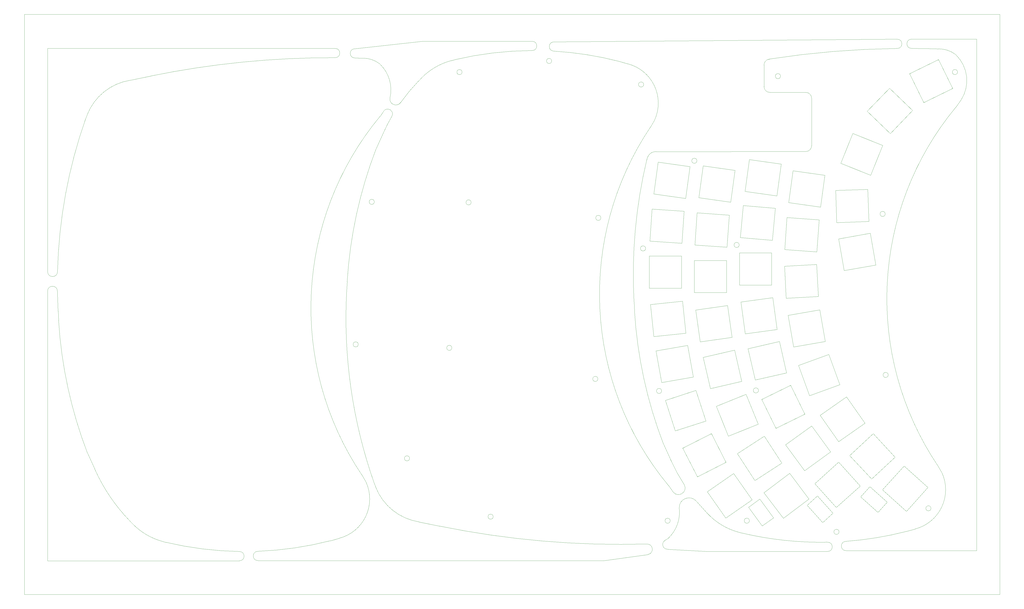
<source format=gbr>
G04 #@! TF.GenerationSoftware,KiCad,Pcbnew,(5.1.5)-3*
G04 #@! TF.CreationDate,2020-03-14T16:45:00+09:00*
G04 #@! TF.ProjectId,fan,66616e2e-6b69-4636-9164-5f7063625858,v1.0*
G04 #@! TF.SameCoordinates,Original*
G04 #@! TF.FileFunction,Profile,NP*
%FSLAX46Y46*%
G04 Gerber Fmt 4.6, Leading zero omitted, Abs format (unit mm)*
G04 Created by KiCad (PCBNEW (5.1.5)-3) date 2020-03-14 16:45:00*
%MOMM*%
%LPD*%
G04 APERTURE LIST*
%ADD10C,0.001000*%
G04 APERTURE END LIST*
D10*
X272518000Y-133918000D02*
G75*
G02X278030431Y-72543282I213928431J11720718D01*
G01*
X281971126Y-69118205D02*
X346485000Y-69098000D01*
X294215312Y-212807398D02*
G75*
G02X288284203Y-201918969I64539481J42215335D01*
G01*
X10000000Y-10000000D02*
X430000000Y-10000000D01*
X20000000Y-24650000D02*
X20000000Y-120948000D01*
X10000000Y-10000000D02*
X10000000Y-260000000D01*
X10000000Y-260000000D02*
X430000000Y-260000000D01*
X110556000Y-245383000D02*
X259519999Y-245383000D01*
X430000000Y-10000000D02*
X430000000Y-260000000D01*
X420000000Y-20651000D02*
X420000000Y-241105000D01*
X20000000Y-24650000D02*
X143808000Y-24650000D01*
X148994399Y-125148793D02*
G75*
G02X161419438Y-68025920I192005601J-11851207D01*
G01*
X161420000Y-68026100D02*
X164556000Y-61134000D01*
X179827000Y-38605200D02*
X180656000Y-37734000D01*
X160633602Y-212020854D02*
G75*
G02X148789842Y-129134141I202086398J71165854D01*
G01*
X180656060Y-37733945D02*
G75*
G02X193750592Y-29914711I20549940J-19540055D01*
G01*
X193751000Y-29914600D02*
X195256000Y-29534000D01*
X287136842Y-235863714D02*
G75*
G02X285752396Y-236754387I-7056842J9447714D01*
G01*
X179960130Y-228706791D02*
G75*
G02X161273812Y-213721710I3645870J23689791D01*
G01*
X172089090Y-47892479D02*
G75*
G02X179826706Y-38605174I62937910J-44569121D01*
G01*
X287136000Y-235864000D02*
X287416000Y-235613000D01*
X269825000Y-31281700D02*
X266016000Y-30215300D01*
X287333172Y-213011432D02*
G75*
G02X279618118Y-58526278I99582828J82408432D01*
G01*
X287334000Y-213012000D02*
X289410983Y-215893984D01*
X148790000Y-129134999D02*
X148995000Y-125148000D01*
X269824856Y-31281778D02*
G75*
G02X281365957Y-55554961I-4369857J-16958022D01*
G01*
X291988067Y-222732998D02*
G75*
G02X287415937Y-235613324I-15296067J-1822002D01*
G01*
X160633000Y-212019000D02*
X161274000Y-213722000D01*
X188729000Y-230513000D02*
X179960000Y-228707000D01*
X195254926Y-29534445D02*
G75*
G02X228640695Y-25565282I34001074J-143599555D01*
G01*
X279618000Y-58527600D02*
X281366000Y-55555000D01*
X278121178Y-238235041D02*
G75*
G02X188730748Y-230513189I-11518178J387928041D01*
G01*
X288082000Y-228207000D02*
G75*
G03X288082000Y-228207000I-1100000J0D01*
G01*
X160672000Y-90778700D02*
G75*
G03X160672000Y-90778700I-1100000J0D01*
G01*
X258242000Y-97681300D02*
G75*
G03X258242000Y-97681300I-1100000J0D01*
G01*
X211857000Y-226455000D02*
G75*
G03X211857000Y-226455000I-1100000J0D01*
G01*
X198457000Y-34855000D02*
G75*
G03X198457000Y-34855000I-1100000J0D01*
G01*
X237057000Y-30055000D02*
G75*
G03X237057000Y-30055000I-1100000J0D01*
G01*
X256942000Y-167081000D02*
G75*
G03X256942000Y-167081000I-1100000J0D01*
G01*
X153768000Y-152206000D02*
G75*
G03X153768000Y-152206000I-1100000J0D01*
G01*
X276660000Y-40199700D02*
G75*
G03X276660000Y-40199700I-1100000J0D01*
G01*
X202368000Y-91005600D02*
G75*
G03X202368000Y-91005600I-1100000J0D01*
G01*
X175860999Y-201328000D02*
G75*
G03X175860999Y-201328000I-1099999J0D01*
G01*
X194067999Y-153706000D02*
G75*
G03X194067999Y-153706000I-1099999J0D01*
G01*
X343341000Y-161257000D02*
X356356000Y-156520000D01*
X321590000Y-154074000D02*
X324705000Y-167569000D01*
X339524000Y-207776000D02*
X347859000Y-218837000D01*
X352474000Y-137292000D02*
X354879000Y-150932000D01*
X295613000Y-152625000D02*
X298018000Y-166265000D01*
X294807000Y-147342000D02*
X281033000Y-148789000D01*
X279585000Y-135015000D02*
X293359000Y-133567000D01*
X354879000Y-150932000D02*
X341240000Y-153337000D01*
X337780000Y-195476000D02*
X348985000Y-187335000D01*
X336156000Y-203331000D02*
X324541000Y-210874000D01*
X312790000Y-135426000D02*
X314717000Y-149141000D01*
X315786000Y-154642000D02*
X318901000Y-168137000D01*
X347859000Y-218837000D02*
X336798000Y-227172000D01*
X361093000Y-169535000D02*
X348078000Y-174272000D01*
X318901000Y-168137000D02*
X305406000Y-171253000D01*
X320753000Y-173724000D02*
X325942000Y-186565000D01*
X351214000Y-112304000D02*
X337398000Y-111337000D01*
X314717000Y-149141000D02*
X301002000Y-151069000D01*
X316998000Y-199258000D02*
X324541000Y-210874000D01*
X369893000Y-213247000D02*
X359600000Y-222514000D01*
X337780000Y-195476000D02*
X345921000Y-206681000D01*
X296617000Y-75554000D02*
X294690000Y-89269000D01*
X328463000Y-216111000D02*
X339524000Y-207776000D01*
X343341000Y-161257000D02*
X348078000Y-174272000D01*
X293359000Y-133567000D02*
X294807000Y-147342000D01*
X299671000Y-95516000D02*
X298705000Y-109332000D01*
X328463000Y-216111000D02*
X336798000Y-227172000D01*
X350333000Y-212222000D02*
X359600000Y-222514000D01*
X304051000Y-215747000D02*
X311995000Y-227092000D01*
X298018000Y-166265000D02*
X284379000Y-168670000D01*
X348985000Y-187335000D02*
X357126000Y-198540000D01*
X281974000Y-155030000D02*
X295613000Y-152625000D01*
X328613000Y-191715000D02*
X336156000Y-203331000D01*
X282902000Y-73626000D02*
X280975000Y-87341000D01*
X321590000Y-154074000D02*
X335085000Y-150958000D01*
X294690000Y-89269000D02*
X280975000Y-87341000D01*
X282902000Y-73626000D02*
X296617000Y-75554000D01*
X279585000Y-135015000D02*
X281033000Y-148789000D01*
X323341000Y-219148000D02*
X311995000Y-227092000D01*
X351480000Y-217524000D02*
X347021000Y-221539000D01*
X302291000Y-157758000D02*
X315786000Y-154642000D01*
X380670000Y-95972000D02*
G75*
G03X380670000Y-95972000I-1100000J0D01*
G01*
X315397000Y-207803000D02*
X323341000Y-219148000D01*
X338835000Y-139697000D02*
X341240000Y-153337000D01*
X281974000Y-155030000D02*
X284379000Y-168670000D01*
X338364000Y-97521000D02*
X352180000Y-98487000D01*
X307912000Y-178912000D02*
X313100000Y-191753000D01*
X302291000Y-157758000D02*
X305406000Y-171253000D01*
X338200000Y-164453000D02*
X324705000Y-167569000D01*
X352180000Y-98487000D02*
X351214000Y-112304000D01*
X307912000Y-178912000D02*
X320753000Y-173724000D01*
X313487000Y-96482000D02*
X312521000Y-110299000D01*
X360625000Y-202954000D02*
X369893000Y-213247000D01*
X304051000Y-215747000D02*
X315397000Y-207803000D01*
X350333000Y-212222000D02*
X360625000Y-202954000D01*
X322185000Y-228198000D02*
G75*
G03X322185000Y-228198000I-1100000J0D01*
G01*
X353712000Y-228970000D02*
X358171000Y-224956000D01*
X356356000Y-156520000D02*
X361093000Y-169535000D01*
X299075000Y-137354000D02*
X301002000Y-151069000D01*
X316998000Y-199258000D02*
X328613000Y-191715000D01*
X338835000Y-139697000D02*
X352474000Y-137292000D01*
X357126000Y-198540000D02*
X345921000Y-206681000D01*
X312521000Y-110299000D02*
X298705000Y-109332000D01*
X325942000Y-186565000D02*
X313100000Y-191753000D01*
X335085000Y-150958000D02*
X338200000Y-164453000D01*
X299075000Y-137354000D02*
X312790000Y-135426000D01*
X299671000Y-95516000D02*
X313487000Y-96482000D01*
X338364000Y-97521000D02*
X337398000Y-111337000D01*
X405093957Y-207497840D02*
G75*
G02X393552857Y-231771021I-15910957J-7315160D01*
G01*
X403346119Y-204526721D02*
G75*
G02X411061172Y-50041569I107297881J72076722D01*
G01*
X373135000Y-85361000D02*
X373618000Y-99202000D01*
X303555630Y-224447382D02*
G75*
G02X299455005Y-219895999I55199163J53855319D01*
G01*
X397265000Y-47941000D02*
X391193000Y-35493000D01*
X409713000Y-41870000D02*
X397265000Y-47941000D01*
X317479000Y-233138000D02*
X318984000Y-233519000D01*
X332201000Y-132023000D02*
X334128000Y-145738000D01*
X360785000Y-232998000D02*
G75*
G03X360785000Y-232998000I-1100000J0D01*
G01*
X302302000Y-75226000D02*
X300375000Y-88941000D01*
X411810000Y-34846000D02*
G75*
G03X411810000Y-34846000I-1100000J0D01*
G01*
X340983000Y-77366000D02*
X354698000Y-79294000D01*
X318486000Y-133951000D02*
X320413000Y-147666000D01*
X332562000Y-226929000D02*
X326684000Y-218839000D01*
X322202000Y-72526000D02*
X320275000Y-86241000D01*
X322202000Y-72526000D02*
X335917000Y-74454000D01*
X302302000Y-75226000D02*
X316017000Y-77154000D01*
X317923000Y-112787000D02*
X317923000Y-126637000D01*
X280271000Y-93856000D02*
X279305000Y-107672000D01*
X400388000Y-222853000D02*
G75*
G03X400388000Y-222853000I-1100000J0D01*
G01*
X374205000Y-104325000D02*
X376610000Y-117965000D01*
X360565000Y-106730000D02*
X362970000Y-120370000D01*
X351130000Y-117754000D02*
X351855000Y-131585000D01*
X277496000Y-110847000D02*
G75*
G03X277496000Y-110847000I-1100000J0D01*
G01*
X381519000Y-220164000D02*
X374088000Y-213472000D01*
X284400000Y-172274000D02*
G75*
G03X284400000Y-172274000I-1100000J0D01*
G01*
X351855000Y-131585000D02*
X338024000Y-132310000D01*
X392460000Y-51394000D02*
X382839000Y-61357000D01*
X379499000Y-214874000D02*
X388766000Y-204582000D01*
X388766000Y-204582000D02*
X399059000Y-213849000D01*
X280271000Y-93856000D02*
X294087000Y-94822000D01*
X312321000Y-116022000D02*
X312321000Y-129872000D01*
X363985000Y-174809000D02*
X371929000Y-186154000D01*
X366736000Y-61260000D02*
X379578000Y-66449000D01*
X371929000Y-186154000D02*
X360583000Y-194098000D01*
X352771000Y-93009000D02*
X339056000Y-91081000D01*
X377504000Y-224622000D02*
X381519000Y-220164000D01*
X332091000Y-107350000D02*
X318294000Y-106142000D01*
X327511000Y-175923000D02*
X333582000Y-188371000D01*
X365345000Y-200104000D02*
X375474000Y-190658000D01*
X331773000Y-126637000D02*
X317923000Y-126637000D01*
X379499000Y-214874000D02*
X389791000Y-224142000D01*
X327708000Y-230456000D02*
X332562000Y-226929000D01*
X374390000Y-79290000D02*
X361548000Y-74102000D01*
X299142000Y-172021000D02*
X303422000Y-185194000D01*
X354698000Y-79294000D02*
X352771000Y-93009000D01*
X374088000Y-213472000D02*
X370073000Y-217931000D01*
X358171000Y-224956000D02*
X351480000Y-217524000D01*
X337299000Y-118479000D02*
X338024000Y-132310000D01*
X321830000Y-222366000D02*
X327708000Y-230456000D01*
X299589000Y-73071000D02*
G75*
G03X299589000Y-73071000I-1100000J0D01*
G01*
X376610000Y-117965000D02*
X362970000Y-120370000D01*
X335585000Y-36598000D02*
G75*
G03X335585000Y-36598000I-1100000J0D01*
G01*
X337299000Y-118479000D02*
X351130000Y-117754000D01*
X319501000Y-92345000D02*
X333298000Y-93552000D01*
X370073000Y-217931000D02*
X377504000Y-224622000D01*
X317796000Y-109347000D02*
G75*
G03X317796000Y-109347000I-1100000J0D01*
G01*
X382839000Y-61357000D02*
X372876000Y-51736000D01*
X326684000Y-218839000D02*
X321830000Y-222366000D01*
X326096000Y-172047000D02*
G75*
G03X326096000Y-172047000I-1100000J0D01*
G01*
X360565000Y-106730000D02*
X374205000Y-104325000D01*
X294087000Y-94822000D02*
X293121000Y-108639000D01*
X347021000Y-221539000D02*
X353712000Y-228970000D01*
X381970000Y-165372000D02*
G75*
G03X381970000Y-165372000I-1100000J0D01*
G01*
X335917000Y-74454000D02*
X333990000Y-88169000D01*
X375474000Y-190658000D02*
X384920000Y-200787000D01*
X366736000Y-61260000D02*
X361548000Y-74102000D01*
X333990000Y-88169000D02*
X320275000Y-86241000D01*
X340983000Y-77366000D02*
X339056000Y-91081000D01*
X365345000Y-200104000D02*
X374791000Y-210233000D01*
X384920000Y-200787000D02*
X374791000Y-210233000D01*
X293121000Y-108639000D02*
X279305000Y-107672000D01*
X359293000Y-85844000D02*
X359777000Y-99686000D01*
X312321000Y-129872000D02*
X298471000Y-129872000D01*
X392023041Y-24650689D02*
G75*
G02X401884386Y-24819005I-1692041J-388095311D01*
G01*
X285148000Y-195027000D02*
X288284000Y-201919000D01*
X314090000Y-90869000D02*
X300375000Y-88941000D01*
X279071000Y-114122000D02*
X292921000Y-114122000D01*
X285147437Y-195027079D02*
G75*
G02X272722399Y-137904206I179580563J68974079D01*
G01*
X293482000Y-196921000D02*
X305822000Y-190633000D01*
X379578000Y-66449000D02*
X374390000Y-79290000D01*
X346031000Y-182300000D02*
X333582000Y-188371000D01*
X298471000Y-116022000D02*
X298471000Y-129872000D01*
X303422000Y-185194000D02*
X290250000Y-189473000D01*
X401884000Y-24819000D02*
X403704000Y-24845000D01*
X346485000Y-43598000D02*
X330985000Y-43598000D01*
X316017000Y-77154000D02*
X314090000Y-90869000D01*
X279071000Y-114122000D02*
X279071000Y-127972000D01*
X373618000Y-99202000D02*
X359777000Y-99686000D01*
X339959000Y-169851000D02*
X346031000Y-182300000D01*
X389743786Y-232837563D02*
G75*
G02X363612617Y-237105912I-36758786J142917463D01*
G01*
X305822000Y-190633000D02*
X312110000Y-202974000D01*
X352639000Y-182753000D02*
X360583000Y-194098000D01*
X410864000Y-27189000D02*
X411144000Y-27440000D01*
X312110000Y-202974000D02*
X299770000Y-209261000D01*
X328484919Y-31848000D02*
G75*
G02X330345009Y-29347993I2610081J0D01*
G01*
X403641000Y-29421000D02*
X409713000Y-41870000D01*
X352639000Y-182753000D02*
X363985000Y-174809000D01*
X331773000Y-112787000D02*
X331773000Y-126637000D01*
X411143772Y-27439813D02*
G75*
G02X413384553Y-46818902I-10724772J-11059187D01*
G01*
X319501000Y-92345000D02*
X318294000Y-106142000D01*
X292921000Y-114122000D02*
X292921000Y-127972000D01*
X278549431Y-71107282D02*
X278381431Y-71448282D01*
X318486000Y-133951000D02*
X332201000Y-132023000D01*
X285970000Y-176301000D02*
X299142000Y-172021000D01*
X328485000Y-41098000D02*
X328484000Y-31848000D01*
X330879000Y-29228000D02*
X330345000Y-29348000D01*
X330985000Y-43598000D02*
G75*
G02X328485000Y-41098000I0J2500000D01*
G01*
X278172331Y-72018577D02*
G75*
G02X278381413Y-71448312I6609100J-2099705D01*
G01*
X359293000Y-85844000D02*
X373135000Y-85361000D01*
X292921000Y-127972000D02*
X279071000Y-127972000D01*
X348985000Y-66598000D02*
X348985000Y-46098000D01*
X382497000Y-41773000D02*
X372876000Y-51736000D01*
X334128000Y-145738000D02*
X320413000Y-147666000D01*
X278549431Y-71107282D02*
G75*
G02X281971126Y-69118205I3341699J-1810922D01*
G01*
X403704806Y-24845152D02*
G75*
G02X410864843Y-27189286I103194J-11791848D01*
G01*
X346485000Y-43598000D02*
G75*
G02X348985000Y-46098000I0J-2500000D01*
G01*
X272518000Y-133918000D02*
X272722000Y-137905000D01*
X327511000Y-175923000D02*
X339959000Y-169851000D01*
X399059000Y-213849000D02*
X389791000Y-224142000D01*
X278172330Y-72018577D02*
X278030431Y-72543281D01*
X411062000Y-50041000D02*
X413384000Y-46819000D01*
X298471000Y-116022000D02*
X312321000Y-116022000D01*
X333298000Y-93552000D02*
X332091000Y-107350000D01*
X293482000Y-196921000D02*
X299770000Y-209261000D01*
X382497000Y-41773000D02*
X392460000Y-51394000D01*
X403641000Y-29421000D02*
X391193000Y-35493000D01*
X285970000Y-176301000D02*
X290250000Y-189473000D01*
X393553000Y-231771000D02*
X389744000Y-232838000D01*
X317923000Y-112787000D02*
X331773000Y-112787000D01*
X303555000Y-224448000D02*
X304384000Y-225319000D01*
X348985000Y-66598000D02*
G75*
G02X346485000Y-69098000I-2500000J0D01*
G01*
X403346000Y-204525000D02*
X405094000Y-207498000D01*
X317478592Y-233138289D02*
G75*
G02X304384060Y-225319055I7455408J27359289D01*
G01*
X172049374Y-47949371D02*
G75*
G02X167398839Y-46101612I-2096374J1499971D01*
G01*
X164686526Y-51725966D02*
G75*
G02X168260942Y-53862636I1734294J-1156854D01*
G01*
X110556000Y-245383000D02*
G75*
G02X110556000Y-241383000I0J2000000D01*
G01*
X19981178Y-129264389D02*
G75*
G02X24218729Y-129247505I2118809J-1D01*
G01*
X24262807Y-120849004D02*
G75*
G02X19999958Y-120948021I-2132807J10004D01*
G01*
X286905000Y-240480180D02*
G75*
G02X285752396Y-236754387I0J2041180D01*
G01*
X278121000Y-238234841D02*
G75*
G02X278511000Y-242759544I0J-2279159D01*
G01*
X237817011Y-25812164D02*
G75*
G02X238037000Y-21824300I219989J1987864D01*
G01*
X228641000Y-21566000D02*
G75*
G02X228641000Y-25566000I0J-2000000D01*
G01*
X294215675Y-212807160D02*
G75*
G02X289410983Y-215893984I-2580675J-1265840D01*
G01*
X291987071Y-222732012D02*
G75*
G02X299455005Y-219895999I4199929J191012D01*
G01*
X392023000Y-24651000D02*
G75*
G02X392023000Y-20651000I0J2000000D01*
G01*
X385858000Y-20673000D02*
G75*
G02X385858000Y-24673000I0J-2000000D01*
G01*
X363797001Y-241106460D02*
G75*
G02X363612999Y-237106003I-1J2004460D01*
G01*
X355878000Y-237460000D02*
G75*
G02X355878000Y-241460000I0J-2000000D01*
G01*
X19981178Y-129264389D02*
X20000000Y-245469000D01*
X304041000Y-241460000D02*
X355878000Y-241460000D01*
X20000000Y-245469000D02*
X102599000Y-245469000D01*
X102599000Y-241469000D02*
G75*
G02X102599000Y-245469000I0J-2000000D01*
G01*
X286905000Y-240480180D02*
X304041000Y-241460000D01*
X363797000Y-241107000D02*
X420001000Y-241106000D01*
X152326000Y-28776000D02*
G75*
G02X152326000Y-24776000I0J2000000D01*
G01*
X143808000Y-24650000D02*
G75*
G02X143808000Y-28650000I0J-2000000D01*
G01*
X181422000Y-21566000D02*
X228641000Y-21566000D01*
X392023000Y-20651000D02*
X420000000Y-20651000D01*
X238037000Y-21824300D02*
X385858000Y-20673000D01*
X152326000Y-24776000D02*
X181422000Y-21566000D01*
X259519999Y-245383000D02*
X278511000Y-242760000D01*
X153884000Y-28819000D02*
X155704000Y-28844900D01*
X152325704Y-28775718D02*
G75*
G02X153884386Y-28819005I-9994704J-387970282D01*
G01*
X155704806Y-28844852D02*
G75*
G02X162864843Y-31188986I103194J-11791848D01*
G01*
X24517869Y-137917897D02*
G75*
G02X24218729Y-129247505I213949131J11721897D01*
G01*
X24517900Y-137918000D02*
X24723100Y-141905000D01*
X37148100Y-199027000D02*
X40284400Y-205919000D01*
X37147437Y-199027079D02*
G75*
G02X24722399Y-141904206I179580563J68974079D01*
G01*
X69478992Y-237138289D02*
G75*
G02X56384460Y-229319055I7455408J27359289D01*
G01*
X69479100Y-237138000D02*
X70984400Y-237519000D01*
X163062000Y-54040600D02*
X164686526Y-51725966D01*
X155346000Y-208525000D02*
X157094000Y-211498000D01*
X55555000Y-228448000D02*
X56384400Y-229319000D01*
X55555207Y-228447937D02*
G75*
G02X40284410Y-205918906I55199793J53855937D01*
G01*
X145553000Y-235771000D02*
X141744000Y-236838000D01*
X102599114Y-241469728D02*
G75*
G02X70985432Y-237519147I2384886J147550728D01*
G01*
X157093956Y-211497839D02*
G75*
G02X145552828Y-235771028I-15910956J-7315161D01*
G01*
X64457300Y-36540200D02*
X55688200Y-38346000D01*
X155346119Y-208526722D02*
G75*
G02X163061172Y-54041569I107297881J72076722D01*
G01*
X162864000Y-31189000D02*
X163144000Y-31439800D01*
X36361100Y-55033700D02*
X37001900Y-53331100D01*
X163144373Y-31439763D02*
G75*
G02X167398991Y-46101587I-10726373J-11060837D01*
G01*
X37001812Y-53331089D02*
G75*
G02X55688130Y-38346008I22332188J-8704711D01*
G01*
X24263820Y-120847496D02*
G75*
G02X36361602Y-55032145I214184180J-5350504D01*
G01*
X141742786Y-236836464D02*
G75*
G02X110555940Y-241382769I-36758786J142917464D01*
G01*
X64458748Y-36539810D02*
G75*
G02X143808319Y-28649811I77872252J-380206190D01*
G01*
X164556000Y-61134000D02*
G75*
G02X168260942Y-53862636I70469622J-31326476D01*
G01*
X172089000Y-47892900D02*
X172049000Y-47949400D01*
X237816461Y-25812447D02*
G75*
G02X266015786Y-30215536I-8559461J-147320553D01*
G01*
X355877739Y-237460624D02*
G75*
G02X318982926Y-233518553I-2893739J147541624D01*
G01*
X330879033Y-29227685D02*
G75*
G02X385857810Y-24672779I59451967J-383518315D01*
G01*
M02*

</source>
